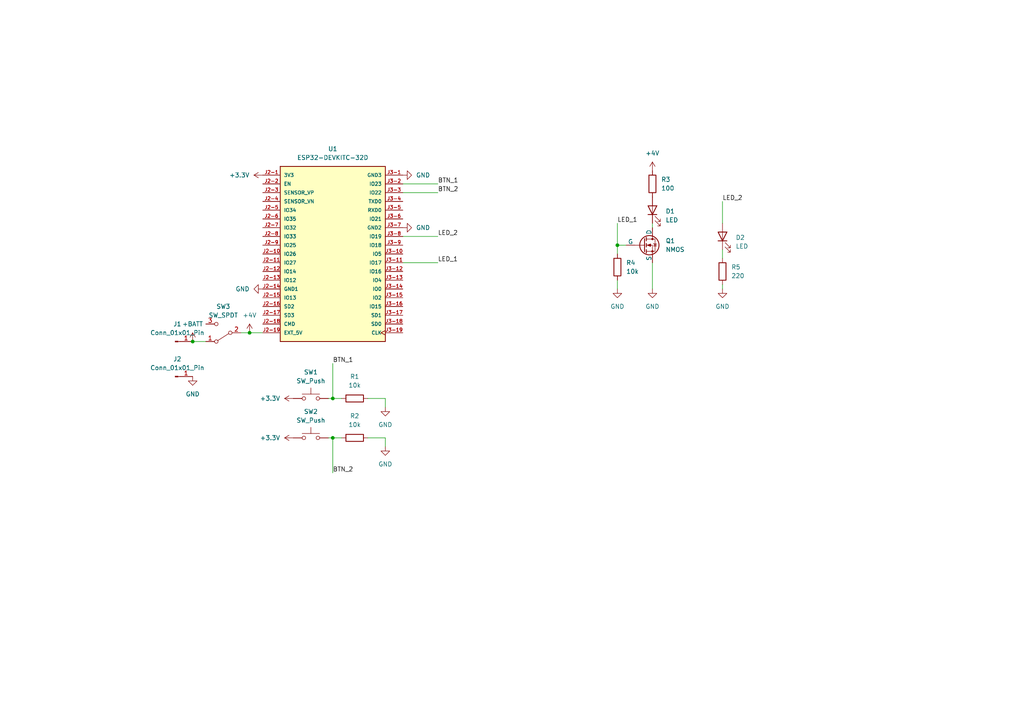
<source format=kicad_sch>
(kicad_sch (version 20230121) (generator eeschema)
  (paper "A4")
  (lib_symbols
    (symbol "Connector:Conn_01x01_Pin" (pin_names (offset 1.016) hide)
      (property "Reference" "J" (at 0 2.54 0))
      (property "Value" "Conn_01x01_Pin" (at 0 -2.54 0))
      (symbol "Conn_01x01_Pin_1_1"
        (polyline (pts (xy 1.27 0) (xy 0.8636 0)) (stroke (width 0.1524)))
        (rectangle (start 0.8636 0.127) (end 0 -0.127) (stroke (width 0.1524)) (fill (type outline)))
        (pin passive line (at 5.08 0 180) (length 3.81) (name "Pin_1") (number "1"))
      )
    )
    (symbol "Device:LED" (pin_numbers hide) (pin_names (offset 1.016) hide)
      (property "Reference" "D" (at 0 2.54 0))
      (property "Value" "LED" (at 0 -2.54 0))
      (symbol "LED_0_1"
        (polyline (pts (xy -1.27 -1.27) (xy -1.27 1.27)) (stroke (width 0.254)))
        (polyline (pts (xy -1.27 0) (xy 1.27 0)))
        (polyline (pts (xy 1.27 -1.27) (xy 1.27 1.27) (xy -1.27 0) (xy 1.27 -1.27)) (stroke (width 0.254)))
        (polyline (pts (xy -3.048 -0.762) (xy -4.572 -2.286) (xy -3.81 -2.286) (xy -4.572 -2.286) (xy -4.572 -1.524)))
        (polyline (pts (xy -1.778 -0.762) (xy -3.302 -2.286) (xy -2.54 -2.286) (xy -3.302 -2.286) (xy -3.302 -1.524)))
      )
      (symbol "LED_1_1"
        (pin passive line (at -3.81 0 0) (length 2.54) (name "K") (number "1"))
        (pin passive line (at 3.81 0 180) (length 2.54) (name "A") (number "2"))
      )
    )
    (symbol "Device:R" (pin_numbers hide) (pin_names (offset 0))
      (property "Reference" "R" (at 2.032 0 90))
      (property "Value" "R" (at 0 0 90))
      (symbol "R_0_1"
        (rectangle (start -1.016 -2.54) (end 1.016 2.54) (stroke (width 0.254)))
      )
      (symbol "R_1_1"
        (pin passive line (at 0 3.81 270) (length 1.27) (name "~") (number "1"))
        (pin passive line (at 0 -3.81 90) (length 1.27) (name "~") (number "2"))
      )
    )
    (symbol "ESP32-DEVKITC-32D:ESP32-DEVKITC-32D" (pin_names (offset 1.016))
      (property "Reference" "U" (at -15.2572 26.0643 0))
      (property "Value" "ESP32-DEVKITC-32D" (at -15.2563 -27.9698 0))
      (symbol "ESP32-DEVKITC-32D_0_0"
        (rectangle (start -15.24 -25.4) (end 15.24 25.4) (stroke (width 0.254)) (fill (type background)))
        (pin power_in line (at -20.32 22.86 0) (length 5.08) (name "3V3") (number "J2-1"))
        (pin bidirectional line (at -20.32 0 0) (length 5.08) (name "IO26") (number "J2-10"))
        (pin bidirectional line (at -20.32 -2.54 0) (length 5.08) (name "IO27") (number "J2-11"))
        (pin bidirectional line (at -20.32 -5.08 0) (length 5.08) (name "IO14") (number "J2-12"))
        (pin bidirectional line (at -20.32 -7.62 0) (length 5.08) (name "IO12") (number "J2-13"))
        (pin power_in line (at -20.32 -10.16 0) (length 5.08) (name "GND1") (number "J2-14"))
        (pin bidirectional line (at -20.32 -12.7 0) (length 5.08) (name "IO13") (number "J2-15"))
        (pin bidirectional line (at -20.32 -15.24 0) (length 5.08) (name "SD2") (number "J2-16"))
        (pin bidirectional line (at -20.32 -17.78 0) (length 5.08) (name "SD3") (number "J2-17"))
        (pin bidirectional line (at -20.32 -20.32 0) (length 5.08) (name "CMD") (number "J2-18"))
        (pin power_in line (at -20.32 -22.86 0) (length 5.08) (name "EXT_5V") (number "J2-19"))
        (pin input line (at -20.32 20.32 0) (length 5.08) (name "EN") (number "J2-2"))
        (pin input line (at -20.32 17.78 0) (length 5.08) (name "SENSOR_VP") (number "J2-3"))
        (pin input line (at -20.32 15.24 0) (length 5.08) (name "SENSOR_VN") (number "J2-4"))
        (pin bidirectional line (at -20.32 12.7 0) (length 5.08) (name "IO34") (number "J2-5"))
        (pin bidirectional line (at -20.32 10.16 0) (length 5.08) (name "IO35") (number "J2-6"))
        (pin bidirectional line (at -20.32 7.62 0) (length 5.08) (name "IO32") (number "J2-7"))
        (pin bidirectional line (at -20.32 5.08 0) (length 5.08) (name "IO33") (number "J2-8"))
        (pin bidirectional line (at -20.32 2.54 0) (length 5.08) (name "IO25") (number "J2-9"))
        (pin power_in line (at 20.32 22.86 180) (length 5.08) (name "GND3") (number "J3-1"))
        (pin bidirectional line (at 20.32 0 180) (length 5.08) (name "IO5") (number "J3-10"))
        (pin bidirectional line (at 20.32 -2.54 180) (length 5.08) (name "IO17") (number "J3-11"))
        (pin bidirectional line (at 20.32 -5.08 180) (length 5.08) (name "IO16") (number "J3-12"))
        (pin bidirectional line (at 20.32 -7.62 180) (length 5.08) (name "IO4") (number "J3-13"))
        (pin bidirectional line (at 20.32 -10.16 180) (length 5.08) (name "IO0") (number "J3-14"))
        (pin bidirectional line (at 20.32 -12.7 180) (length 5.08) (name "IO2") (number "J3-15"))
        (pin bidirectional line (at 20.32 -15.24 180) (length 5.08) (name "IO15") (number "J3-16"))
        (pin bidirectional line (at 20.32 -17.78 180) (length 5.08) (name "SD1") (number "J3-17"))
        (pin bidirectional line (at 20.32 -20.32 180) (length 5.08) (name "SD0") (number "J3-18"))
        (pin input clock (at 20.32 -22.86 180) (length 5.08) (name "CLK") (number "J3-19"))
        (pin bidirectional line (at 20.32 20.32 180) (length 5.08) (name "IO23") (number "J3-2"))
        (pin bidirectional line (at 20.32 17.78 180) (length 5.08) (name "IO22") (number "J3-3"))
        (pin output line (at 20.32 15.24 180) (length 5.08) (name "TXD0") (number "J3-4"))
        (pin input line (at 20.32 12.7 180) (length 5.08) (name "RXD0") (number "J3-5"))
        (pin bidirectional line (at 20.32 10.16 180) (length 5.08) (name "IO21") (number "J3-6"))
        (pin power_in line (at 20.32 7.62 180) (length 5.08) (name "GND2") (number "J3-7"))
        (pin bidirectional line (at 20.32 5.08 180) (length 5.08) (name "IO19") (number "J3-8"))
        (pin bidirectional line (at 20.32 2.54 180) (length 5.08) (name "IO18") (number "J3-9"))
      )
    )
    (symbol "Simulation_SPICE:NMOS" (pin_numbers hide) (pin_names (offset 0))
      (property "Reference" "Q1" (at 6.35 1.27 0))
      (property "Value" "NMOS" (at 6.35 -1.27 0))
      (symbol "NMOS_0_1"
        (polyline (pts (xy 0.254 0) (xy -2.54 0)))
        (polyline (pts (xy 0.254 1.905) (xy 0.254 -1.905)) (stroke (width 0.254)))
        (polyline (pts (xy 0.762 -1.27) (xy 0.762 -2.286)) (stroke (width 0.254)))
        (polyline (pts (xy 0.762 0.508) (xy 0.762 -0.508)) (stroke (width 0.254)))
        (polyline (pts (xy 0.762 2.286) (xy 0.762 1.27)) (stroke (width 0.254)))
        (polyline (pts (xy 2.54 2.54) (xy 2.54 1.778)))
        (polyline (pts (xy 2.54 -2.54) (xy 2.54 0) (xy 0.762 0)))
        (polyline (pts (xy 0.762 -1.778) (xy 3.302 -1.778) (xy 3.302 1.778) (xy 0.762 1.778)))
        (polyline (pts (xy 1.016 0) (xy 2.032 0.381) (xy 2.032 -0.381) (xy 1.016 0)) (fill (type outline)))
        (polyline (pts (xy 2.794 0.508) (xy 2.921 0.381) (xy 3.683 0.381) (xy 3.81 0.254)))
        (polyline (pts (xy 3.302 0.381) (xy 2.921 -0.254) (xy 3.683 -0.254) (xy 3.302 0.381)))
        (circle (center 1.651 0) (radius 2.794) (stroke (width 0.254)))
        (circle (center 2.54 -1.778) (radius 0.254) (fill (type outline)))
        (circle (center 2.54 1.778) (radius 0.254) (fill (type outline)))
      )
      (symbol "NMOS_1_1"
        (pin passive line (at 2.54 -5.08 90) (length 2.54) (name "S") (number "1"))
        (pin input line (at -5.08 0 0) (length 2.54) (name "G") (number "2"))
        (pin passive line (at 2.54 5.08 270) (length 2.54) (name "D") (number "3"))
      )
    )
    (symbol "Switch:SW_Push" (pin_numbers hide) (pin_names (offset 1.016) hide)
      (property "Reference" "SW" (at 1.27 2.54 0))
      (property "Value" "SW_Push" (at 0 -1.524 0))
      (symbol "SW_Push_0_1"
        (circle (center -2.032 0) (radius 0.508))
        (polyline (pts (xy 0 1.27) (xy 0 3.048)))
        (polyline (pts (xy 2.54 1.27) (xy -2.54 1.27)))
        (circle (center 2.032 0) (radius 0.508))
        (pin passive line (at -5.08 0 0) (length 2.54) (name "1") (number "1"))
        (pin passive line (at 5.08 0 180) (length 2.54) (name "2") (number "2"))
      )
    )
    (symbol "Switch:SW_SPDT" (pin_names (offset 0) hide)
      (property "Reference" "SW" (at 0 4.318 0))
      (property "Value" "SW_SPDT" (at 0 -5.08 0))
      (symbol "SW_SPDT_0_0"
        (circle (center -2.032 0) (radius 0.508))
        (circle (center 2.032 -2.54) (radius 0.508))
      )
      (symbol "SW_SPDT_0_1"
        (polyline (pts (xy -1.524 0.254) (xy 1.651 2.286)))
        (circle (center 2.032 2.54) (radius 0.508))
      )
      (symbol "SW_SPDT_1_1"
        (pin passive line (at 5.08 2.54 180) (length 2.54) (name "A") (number "1"))
        (pin passive line (at -5.08 0 0) (length 2.54) (name "B") (number "2"))
        (pin passive line (at 5.08 -2.54 180) (length 2.54) (name "C") (number "3"))
      )
    )
    (symbol "power:+3.3V" (power) (pin_names (offset 0))
      (property "Value" "+3.3V" (at 0 3.556 0))
      (symbol "+3.3V_0_1"
        (polyline (pts (xy -0.762 1.27) (xy 0 2.54)))
        (polyline (pts (xy 0 0) (xy 0 2.54)))
        (polyline (pts (xy 0 2.54) (xy 0.762 1.27)))
      )
      (symbol "+3.3V_1_1"
        (pin power_in line (at 0 0 90) (length 0) hide (name "+3.3V") (number "1"))
      )
    )
    (symbol "power:+4V" (power) (pin_names (offset 0))
      (property "Value" "+4V" (at 0 3.556 0))
      (symbol "+4V_0_1"
        (polyline (pts (xy -0.762 1.27) (xy 0 2.54)))
        (polyline (pts (xy 0 0) (xy 0 2.54)))
        (polyline (pts (xy 0 2.54) (xy 0.762 1.27)))
      )
      (symbol "+4V_1_1"
        (pin power_in line (at 0 0 90) (length 0) hide (name "+4V") (number "1"))
      )
    )
    (symbol "power:+BATT" (power) (pin_names (offset 0))
      (property "Value" "+BATT" (at 0 3.556 0))
      (symbol "+BATT_0_1"
        (polyline (pts (xy -0.762 1.27) (xy 0 2.54)))
        (polyline (pts (xy 0 0) (xy 0 2.54)))
        (polyline (pts (xy 0 2.54) (xy 0.762 1.27)))
      )
      (symbol "+BATT_1_1"
        (pin power_in line (at 0 0 90) (length 0) hide (name "+BATT") (number "1"))
      )
    )
    (symbol "power:GND" (power) (pin_names (offset 0))
      (property "Value" "GND" (at 0 -3.81 0))
      (symbol "GND_0_1"
        (polyline (pts (xy 0 0) (xy 0 -1.27) (xy 1.27 -1.27) (xy 0 -2.54) (xy -1.27 -1.27) (xy 0 -1.27)))
      )
      (symbol "GND_1_1"
        (pin power_in line (at 0 0 270) (length 0) hide (name "GND") (number "1"))
      )
    )
  )
  (junction (at 96.52 127))
  (junction (at 96.52 115.57))
  (junction (at 55.88 99.06))
  (junction (at 179.07 71.12))
  (junction (at 72.39 96.52))
  (wire (pts (xy 127 76.2) (xy 116.84 76.2)))
  (wire (pts (xy 106.68 115.57) (xy 111.76 115.57)))
  (wire (pts (xy 55.88 99.06) (xy 59.69 99.06)))
  (wire (pts (xy 96.52 137.16) (xy 96.52 127)))
  (wire (pts (xy 209.55 58.42) (xy 209.55 64.77)))
  (wire (pts (xy 179.07 81.28) (xy 179.07 83.82)))
  (wire (pts (xy 127 53.34) (xy 116.84 53.34)))
  (wire (pts (xy 179.07 71.12) (xy 179.07 73.66)))
  (wire (pts (xy 179.07 71.12) (xy 181.61 71.12)))
  (wire (pts (xy 96.52 115.57) (xy 99.06 115.57)))
  (wire (pts (xy 209.55 72.39) (xy 209.55 74.93)))
  (wire (pts (xy 69.85 96.52) (xy 72.39 96.52)))
  (wire (pts (xy 111.76 127) (xy 111.76 129.54)))
  (wire (pts (xy 111.76 118.11) (xy 111.76 115.57)))
  (wire (pts (xy 127 55.88) (xy 116.84 55.88)))
  (wire (pts (xy 72.39 96.52) (xy 76.2 96.52)))
  (wire (pts (xy 95.25 115.57) (xy 96.52 115.57)))
  (wire (pts (xy 179.07 64.77) (xy 179.07 71.12)))
  (wire (pts (xy 189.23 64.77) (xy 189.23 66.04)))
  (wire (pts (xy 127 68.58) (xy 116.84 68.58)))
  (wire (pts (xy 106.68 127) (xy 111.76 127)))
  (wire (pts (xy 209.55 82.55) (xy 209.55 83.82)))
  (wire (pts (xy 95.25 127) (xy 96.52 127)))
  (wire (pts (xy 96.52 127) (xy 99.06 127)))
  (wire (pts (xy 189.23 83.82) (xy 189.23 76.2)))
  (wire (pts (xy 96.52 105.41) (xy 96.52 115.57)))
  (label "BTN_2" (at 127 55.88 0))
  (label "BTN_2" (at 96.52 137.16 0))
  (label "LED_2" (at 127 68.58 0))
  (label "LED_1" (at 179.07 64.77 0))
  (label "LED_1" (at 127 76.2 0))
  (label "BTN_1" (at 127 53.34 0))
  (label "BTN_1" (at 96.52 105.41 0))
  (label "LED_2" (at 209.55 58.42 0))
  (symbol (lib_id "power:+4V") (at 189.23 49.53 0) (unit 1)
    (property "Reference" "#PWR08" (effects hide))
    (property "Value" "+4V" (at 189.23 44.45 0))
  )
  (symbol (lib_id "Device:R") (at 189.23 53.34 0) (unit 1)
    (property "Reference" "R3" (at 191.77 52.07 0) (effects (justify left)))
    (property "Value" "100" (at 191.77 54.61 0) (effects (justify left)))
    (property "Footprint" "Resistor_THT:R_Axial_DIN0207_L6.3mm_D2.5mm_P10.16mm_Horizontal" (effects hide))
  )
  (symbol (lib_id "power:+3.3V") (at 85.09 127 90) (unit 1)
    (property "Reference" "#PWR06" (effects hide))
    (property "Value" "+3.3V" (at 81.28 127 90) (effects (justify left)))
  )
  (symbol (lib_id "Device:R") (at 102.87 127 90) (unit 1)
    (property "Reference" "R2" (at 102.87 120.65 90))
    (property "Value" "10k" (at 102.87 123.19 90))
    (property "Footprint" "Resistor_THT:R_Axial_DIN0207_L6.3mm_D2.5mm_P10.16mm_Horizontal" (effects hide))
  )
  (symbol (lib_id "Switch:SW_SPDT") (at 64.77 96.52 180) (unit 1)
    (property "Reference" "SW3" (at 64.77 88.9 0))
    (property "Value" "SW_SPDT" (at 64.77 91.44 0))
    (property "Footprint" "CustomLibWolf:SW_SPDT_Horizontal" (effects hide))
  )
  (symbol (lib_id "power:+BATT") (at 55.88 99.06 0) (unit 1)
    (property "Reference" "#PWR01" (effects hide))
    (property "Value" "+BATT" (at 55.88 93.98 0))
  )
  (symbol (lib_id "Switch:SW_Push") (at 90.17 127 0) (unit 1)
    (property "Reference" "SW2" (at 90.17 119.38 0))
    (property "Value" "SW_Push" (at 90.17 121.92 0))
    (property "Footprint" "CustomLibWolf:SW_Push_2Prong_Horizontal" (effects hide))
  )
  (symbol (lib_id "power:+3.3V") (at 76.2 50.8 90) (unit 1)
    (property "Reference" "#PWR04" (effects hide))
    (property "Value" "+3.3V" (at 72.39 50.8 90) (effects (justify left)))
  )
  (symbol (lib_id "power:GND") (at 55.88 109.22 0) (unit 1)
    (property "Reference" "#PWR015" (effects hide))
    (property "Value" "GND" (at 55.88 114.3 0))
  )
  (symbol (lib_id "power:+3.3V") (at 85.09 115.57 90) (unit 1)
    (property "Reference" "#PWR05" (effects hide))
    (property "Value" "+3.3V" (at 81.28 115.57 90) (effects (justify left)))
  )
  (symbol (lib_id "power:GND") (at 111.76 118.11 0) (unit 1)
    (property "Reference" "#PWR02" (effects hide))
    (property "Value" "GND" (at 111.76 123.19 0))
  )
  (symbol (lib_id "power:GND") (at 76.2 83.82 270) (unit 1)
    (property "Reference" "#PWR011" (effects hide))
    (property "Value" "GND" (at 72.39 83.82 90) (effects (justify right)))
  )
  (symbol (lib_id "power:GND") (at 189.23 83.82 0) (unit 1)
    (property "Reference" "#PWR09" (effects hide))
    (property "Value" "GND" (at 189.23 88.9 0))
  )
  (symbol (lib_id "power:+4V") (at 72.39 96.52 0) (unit 1)
    (property "Reference" "#PWR07" (effects hide))
    (property "Value" "+4V" (at 72.39 91.44 0))
  )
  (symbol (lib_id "power:GND") (at 209.55 83.82 0) (unit 1)
    (property "Reference" "#PWR014" (effects hide))
    (property "Value" "GND" (at 209.55 88.9 0))
  )
  (symbol (lib_id "power:GND") (at 116.84 66.04 90) (unit 1)
    (property "Reference" "#PWR012" (effects hide))
    (property "Value" "GND" (at 120.65 66.04 90) (effects (justify right)))
  )
  (symbol (lib_id "Device:R") (at 209.55 78.74 0) (unit 1)
    (property "Reference" "R5" (at 212.09 77.47 0) (effects (justify left)))
    (property "Value" "220" (at 212.09 80.01 0) (effects (justify left)))
    (property "Footprint" "Resistor_THT:R_Axial_DIN0207_L6.3mm_D2.5mm_P10.16mm_Horizontal" (effects hide))
  )
  (symbol (lib_id "Device:R") (at 179.07 77.47 0) (unit 1)
    (property "Reference" "R4" (at 181.61 76.2 0) (effects (justify left)))
    (property "Value" "10k" (at 181.61 78.74 0) (effects (justify left)))
    (property "Footprint" "Resistor_THT:R_Axial_DIN0207_L6.3mm_D2.5mm_P10.16mm_Horizontal" (effects hide))
  )
  (symbol (lib_id "power:GND") (at 179.07 83.82 0) (unit 1)
    (property "Reference" "#PWR013" (effects hide))
    (property "Value" "GND" (at 179.07 88.9 0))
  )
  (symbol (lib_id "power:GND") (at 116.84 50.8 90) (unit 1)
    (property "Reference" "#PWR010" (effects hide))
    (property "Value" "GND" (at 120.65 50.8 90) (effects (justify right)))
  )
  (symbol (lib_id "Device:LED") (at 209.55 68.58 90) (unit 1)
    (property "Reference" "D2" (at 213.36 68.8975 90) (effects (justify right)))
    (property "Value" "LED" (at 213.36 71.4375 90) (effects (justify right)))
    (property "Footprint" "LED_THT:LED_D3.0mm_Horizontal_O3.81mm_Z6.0mm" (effects hide))
  )
  (symbol (lib_id "Switch:SW_Push") (at 90.17 115.57 0) (unit 1)
    (property "Reference" "SW1" (at 90.17 107.95 0))
    (property "Value" "SW_Push" (at 90.17 110.49 0))
    (property "Footprint" "CustomLibWolf:SW_Push_2Prong_Horizontal" (effects hide))
  )
  (symbol (lib_id "power:GND") (at 111.76 129.54 0) (unit 1)
    (property "Reference" "#PWR03" (effects hide))
    (property "Value" "GND" (at 111.76 134.62 0))
  )
  (symbol (lib_id "Device:R") (at 102.87 115.57 90) (unit 1)
    (property "Reference" "R1" (at 102.87 109.22 90))
    (property "Value" "10k" (at 102.87 111.76 90))
    (property "Footprint" "Resistor_THT:R_Axial_DIN0207_L6.3mm_D2.5mm_P10.16mm_Horizontal" (effects hide))
  )
  (symbol (lib_id "ESP32-DEVKITC-32D:ESP32-DEVKITC-32D") (at 96.52 73.66 0) (unit 1)
    (property "Reference" "U1" (at 96.52 43.18 0))
    (property "Value" "ESP32-DEVKITC-32D" (at 96.52 45.72 0))
    (property "Footprint" "ESP32-DEVKITC-32D:MODULE_ESP32-DEVKITC-32D" (effects hide))
    (property "MF" "Espressif Systems" (effects hide))
    (property "MAXIMUM_PACKAGE_HEIGHT" "N/A" (effects hide))
    (property "Package" "None" (effects hide))
    (property "Price" "None" (effects hide))
    (property "Check_prices" "https://www.snapeda.com/parts/ESP32-DEVKITC-32D/Espressif+Systems/view-part/?ref=eda" (effects hide))
    (property "STANDARD" "Manufacturer Recommendations" (effects hide))
    (property "PARTREV" "V4" (effects hide))
    (property "SnapEDA_Link" "https://www.snapeda.com/parts/ESP32-DEVKITC-32D/Espressif+Systems/view-part/?ref=snap" (effects hide))
    (property "MP" "ESP32-DEVKITC-32D" (effects hide))
    (property "Description" "\nWiFi Development Tools (802.11) ESP32 General Development Kit, ESP32-WROOM-32D on the board\n" (effects hide))
    (property "MANUFACTURER" "Espressif Systems" (effects hide))
    (property "Availability" "In Stock" (effects hide))
    (property "SNAPEDA_PN" "ESP32-DEVKITC-32D" (effects hide))
  )
  (symbol (lib_id "Simulation_SPICE:NMOS") (at 186.69 71.12 0) (unit 1)
    (property "Reference" "Q1" (at 193.04 69.85 0) (effects (justify left)))
    (property "Value" "NMOS" (at 193.04 72.39 0) (effects (justify left)))
    (property "Footprint" "Package_TO_SOT_THT:TO-92_Inline_Wide" (effects hide))
    (property "Datasheet" "https://ngspice.sourceforge.io/docs/ngspice-manual.pdf" (effects hide))
    (property "Sim.Device" "NMOS" (effects hide))
    (property "Sim.Type" "VDMOS" (effects hide))
    (property "Sim.Pins" "1=S 2=G 3=D" (effects hide))
  )
  (symbol (lib_id "Device:LED") (at 189.23 60.96 90) (unit 1)
    (property "Reference" "D1" (at 193.04 61.2775 90) (effects (justify right)))
    (property "Value" "LED" (at 193.04 63.8175 90) (effects (justify right)))
    (property "Footprint" "LED_THT:LED_D5.0mm_Horizontal_O3.81mm_Z3.0mm" (effects hide))
  )
  (symbol (lib_id "Connector:Conn_01x01_Pin") (at 50.8 99.06 0) (unit 1)
    (property "Reference" "J1" (at 51.435 93.98 0))
    (property "Value" "Conn_01x01_Pin" (at 51.435 96.52 0))
    (property "Footprint" "Connector_Wire:SolderWire-0.5sqmm_1x01_D0.9mm_OD2.3mm" (effects hide))
  )
  (symbol (lib_id "Connector:Conn_01x01_Pin") (at 50.8 109.22 0) (unit 1)
    (property "Reference" "J2" (at 51.435 104.14 0))
    (property "Value" "Conn_01x01_Pin" (at 51.435 106.68 0))
    (property "Footprint" "Connector_Wire:SolderWire-0.5sqmm_1x01_D0.9mm_OD2.3mm" (effects hide))
  )
)
</source>
